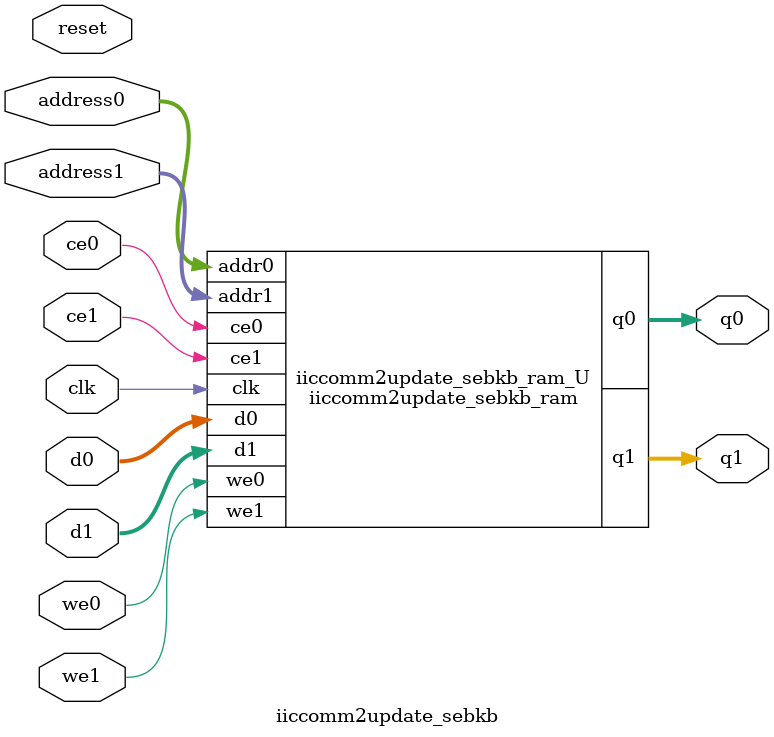
<source format=v>

`timescale 1 ns / 1 ps
module iiccomm2update_sebkb_ram (addr0, ce0, d0, we0, q0, addr1, ce1, d1, we1, q1,  clk);

parameter DWIDTH = 32;
parameter AWIDTH = 3;
parameter MEM_SIZE = 6;

input[AWIDTH-1:0] addr0;
input ce0;
input[DWIDTH-1:0] d0;
input we0;
output reg[DWIDTH-1:0] q0;
input[AWIDTH-1:0] addr1;
input ce1;
input[DWIDTH-1:0] d1;
input we1;
output reg[DWIDTH-1:0] q1;
input clk;

(* ram_style = "block" *)reg [DWIDTH-1:0] ram[0:MEM_SIZE-1];




always @(posedge clk)  
begin 
    if (ce0) 
    begin
        if (we0) 
        begin 
            ram[addr0] <= d0; 
            q0 <= d0;
        end 
        else 
            q0 <= ram[addr0];
    end
end


always @(posedge clk)  
begin 
    if (ce1) 
    begin
        if (we1) 
        begin 
            ram[addr1] <= d1; 
            q1 <= d1;
        end 
        else 
            q1 <= ram[addr1];
    end
end


endmodule


`timescale 1 ns / 1 ps
module iiccomm2update_sebkb(
    reset,
    clk,
    address0,
    ce0,
    we0,
    d0,
    q0,
    address1,
    ce1,
    we1,
    d1,
    q1);

parameter DataWidth = 32'd32;
parameter AddressRange = 32'd6;
parameter AddressWidth = 32'd3;
input reset;
input clk;
input[AddressWidth - 1:0] address0;
input ce0;
input we0;
input[DataWidth - 1:0] d0;
output[DataWidth - 1:0] q0;
input[AddressWidth - 1:0] address1;
input ce1;
input we1;
input[DataWidth - 1:0] d1;
output[DataWidth - 1:0] q1;



iiccomm2update_sebkb_ram iiccomm2update_sebkb_ram_U(
    .clk( clk ),
    .addr0( address0 ),
    .ce0( ce0 ),
    .d0( d0 ),
    .we0( we0 ),
    .q0( q0 ),
    .addr1( address1 ),
    .ce1( ce1 ),
    .d1( d1 ),
    .we1( we1 ),
    .q1( q1 ));

endmodule


</source>
